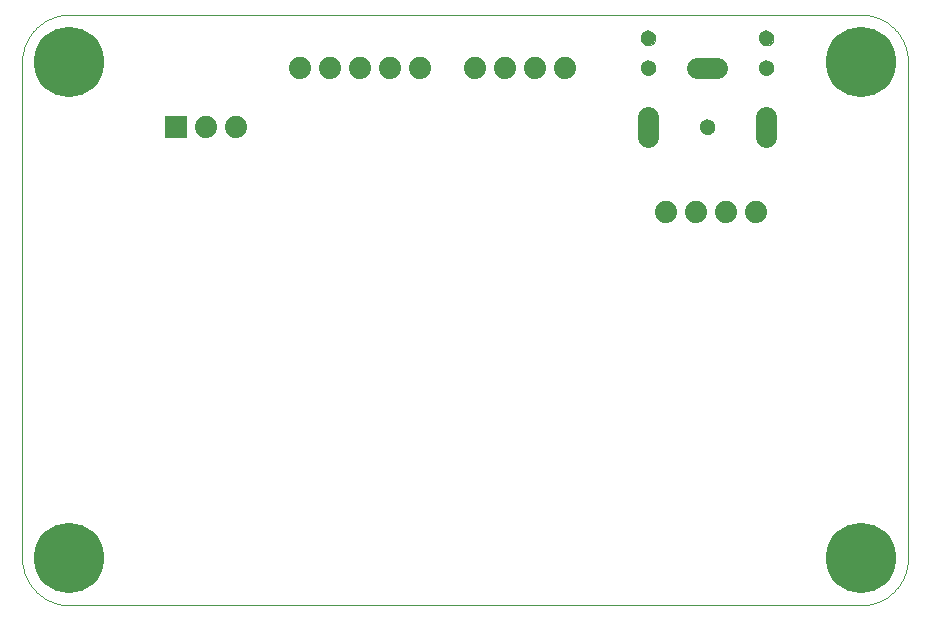
<source format=gbs>
G75*
%MOIN*%
%OFA0B0*%
%FSLAX25Y25*%
%IPPOS*%
%LPD*%
%AMOC8*
5,1,8,0,0,1.08239X$1,22.5*
%
%ADD10C,0.00000*%
%ADD11C,0.23400*%
%ADD12C,0.07400*%
%ADD13R,0.07400X0.07400*%
%ADD14C,0.05124*%
%ADD15C,0.07000*%
D10*
X0023458Y0024622D02*
X0023458Y0189976D01*
X0023463Y0190357D01*
X0023476Y0190737D01*
X0023499Y0191117D01*
X0023532Y0191496D01*
X0023573Y0191874D01*
X0023623Y0192251D01*
X0023683Y0192627D01*
X0023751Y0193002D01*
X0023829Y0193374D01*
X0023916Y0193745D01*
X0024011Y0194113D01*
X0024116Y0194479D01*
X0024229Y0194842D01*
X0024351Y0195203D01*
X0024481Y0195560D01*
X0024621Y0195914D01*
X0024768Y0196265D01*
X0024925Y0196612D01*
X0025089Y0196955D01*
X0025262Y0197294D01*
X0025443Y0197629D01*
X0025632Y0197960D01*
X0025829Y0198285D01*
X0026033Y0198606D01*
X0026246Y0198922D01*
X0026466Y0199232D01*
X0026693Y0199538D01*
X0026928Y0199837D01*
X0027170Y0200131D01*
X0027418Y0200419D01*
X0027674Y0200701D01*
X0027937Y0200976D01*
X0028206Y0201245D01*
X0028481Y0201508D01*
X0028763Y0201764D01*
X0029051Y0202012D01*
X0029345Y0202254D01*
X0029644Y0202489D01*
X0029950Y0202716D01*
X0030260Y0202936D01*
X0030576Y0203149D01*
X0030897Y0203353D01*
X0031222Y0203550D01*
X0031553Y0203739D01*
X0031888Y0203920D01*
X0032227Y0204093D01*
X0032570Y0204257D01*
X0032917Y0204414D01*
X0033268Y0204561D01*
X0033622Y0204701D01*
X0033979Y0204831D01*
X0034340Y0204953D01*
X0034703Y0205066D01*
X0035069Y0205171D01*
X0035437Y0205266D01*
X0035808Y0205353D01*
X0036180Y0205431D01*
X0036555Y0205499D01*
X0036931Y0205559D01*
X0037308Y0205609D01*
X0037686Y0205650D01*
X0038065Y0205683D01*
X0038445Y0205706D01*
X0038825Y0205719D01*
X0039206Y0205724D01*
X0302985Y0205724D01*
X0303366Y0205719D01*
X0303746Y0205706D01*
X0304126Y0205683D01*
X0304505Y0205650D01*
X0304883Y0205609D01*
X0305260Y0205559D01*
X0305636Y0205499D01*
X0306011Y0205431D01*
X0306383Y0205353D01*
X0306754Y0205266D01*
X0307122Y0205171D01*
X0307488Y0205066D01*
X0307851Y0204953D01*
X0308212Y0204831D01*
X0308569Y0204701D01*
X0308923Y0204561D01*
X0309274Y0204414D01*
X0309621Y0204257D01*
X0309964Y0204093D01*
X0310303Y0203920D01*
X0310638Y0203739D01*
X0310969Y0203550D01*
X0311294Y0203353D01*
X0311615Y0203149D01*
X0311931Y0202936D01*
X0312241Y0202716D01*
X0312547Y0202489D01*
X0312846Y0202254D01*
X0313140Y0202012D01*
X0313428Y0201764D01*
X0313710Y0201508D01*
X0313985Y0201245D01*
X0314254Y0200976D01*
X0314517Y0200701D01*
X0314773Y0200419D01*
X0315021Y0200131D01*
X0315263Y0199837D01*
X0315498Y0199538D01*
X0315725Y0199232D01*
X0315945Y0198922D01*
X0316158Y0198606D01*
X0316362Y0198285D01*
X0316559Y0197960D01*
X0316748Y0197629D01*
X0316929Y0197294D01*
X0317102Y0196955D01*
X0317266Y0196612D01*
X0317423Y0196265D01*
X0317570Y0195914D01*
X0317710Y0195560D01*
X0317840Y0195203D01*
X0317962Y0194842D01*
X0318075Y0194479D01*
X0318180Y0194113D01*
X0318275Y0193745D01*
X0318362Y0193374D01*
X0318440Y0193002D01*
X0318508Y0192627D01*
X0318568Y0192251D01*
X0318618Y0191874D01*
X0318659Y0191496D01*
X0318692Y0191117D01*
X0318715Y0190737D01*
X0318728Y0190357D01*
X0318733Y0189976D01*
X0318733Y0024622D01*
X0318728Y0024241D01*
X0318715Y0023861D01*
X0318692Y0023481D01*
X0318659Y0023102D01*
X0318618Y0022724D01*
X0318568Y0022347D01*
X0318508Y0021971D01*
X0318440Y0021596D01*
X0318362Y0021224D01*
X0318275Y0020853D01*
X0318180Y0020485D01*
X0318075Y0020119D01*
X0317962Y0019756D01*
X0317840Y0019395D01*
X0317710Y0019038D01*
X0317570Y0018684D01*
X0317423Y0018333D01*
X0317266Y0017986D01*
X0317102Y0017643D01*
X0316929Y0017304D01*
X0316748Y0016969D01*
X0316559Y0016638D01*
X0316362Y0016313D01*
X0316158Y0015992D01*
X0315945Y0015676D01*
X0315725Y0015366D01*
X0315498Y0015060D01*
X0315263Y0014761D01*
X0315021Y0014467D01*
X0314773Y0014179D01*
X0314517Y0013897D01*
X0314254Y0013622D01*
X0313985Y0013353D01*
X0313710Y0013090D01*
X0313428Y0012834D01*
X0313140Y0012586D01*
X0312846Y0012344D01*
X0312547Y0012109D01*
X0312241Y0011882D01*
X0311931Y0011662D01*
X0311615Y0011449D01*
X0311294Y0011245D01*
X0310969Y0011048D01*
X0310638Y0010859D01*
X0310303Y0010678D01*
X0309964Y0010505D01*
X0309621Y0010341D01*
X0309274Y0010184D01*
X0308923Y0010037D01*
X0308569Y0009897D01*
X0308212Y0009767D01*
X0307851Y0009645D01*
X0307488Y0009532D01*
X0307122Y0009427D01*
X0306754Y0009332D01*
X0306383Y0009245D01*
X0306011Y0009167D01*
X0305636Y0009099D01*
X0305260Y0009039D01*
X0304883Y0008989D01*
X0304505Y0008948D01*
X0304126Y0008915D01*
X0303746Y0008892D01*
X0303366Y0008879D01*
X0302985Y0008874D01*
X0039206Y0008874D01*
X0038825Y0008879D01*
X0038445Y0008892D01*
X0038065Y0008915D01*
X0037686Y0008948D01*
X0037308Y0008989D01*
X0036931Y0009039D01*
X0036555Y0009099D01*
X0036180Y0009167D01*
X0035808Y0009245D01*
X0035437Y0009332D01*
X0035069Y0009427D01*
X0034703Y0009532D01*
X0034340Y0009645D01*
X0033979Y0009767D01*
X0033622Y0009897D01*
X0033268Y0010037D01*
X0032917Y0010184D01*
X0032570Y0010341D01*
X0032227Y0010505D01*
X0031888Y0010678D01*
X0031553Y0010859D01*
X0031222Y0011048D01*
X0030897Y0011245D01*
X0030576Y0011449D01*
X0030260Y0011662D01*
X0029950Y0011882D01*
X0029644Y0012109D01*
X0029345Y0012344D01*
X0029051Y0012586D01*
X0028763Y0012834D01*
X0028481Y0013090D01*
X0028206Y0013353D01*
X0027937Y0013622D01*
X0027674Y0013897D01*
X0027418Y0014179D01*
X0027170Y0014467D01*
X0026928Y0014761D01*
X0026693Y0015060D01*
X0026466Y0015366D01*
X0026246Y0015676D01*
X0026033Y0015992D01*
X0025829Y0016313D01*
X0025632Y0016638D01*
X0025443Y0016969D01*
X0025262Y0017304D01*
X0025089Y0017643D01*
X0024925Y0017986D01*
X0024768Y0018333D01*
X0024621Y0018684D01*
X0024481Y0019038D01*
X0024351Y0019395D01*
X0024229Y0019756D01*
X0024116Y0020119D01*
X0024011Y0020485D01*
X0023916Y0020853D01*
X0023829Y0021224D01*
X0023751Y0021596D01*
X0023683Y0021971D01*
X0023623Y0022347D01*
X0023573Y0022724D01*
X0023532Y0023102D01*
X0023499Y0023481D01*
X0023476Y0023861D01*
X0023463Y0024241D01*
X0023458Y0024622D01*
X0249442Y0168323D02*
X0249444Y0168420D01*
X0249450Y0168517D01*
X0249460Y0168613D01*
X0249474Y0168709D01*
X0249492Y0168805D01*
X0249513Y0168899D01*
X0249539Y0168993D01*
X0249568Y0169085D01*
X0249602Y0169176D01*
X0249638Y0169266D01*
X0249679Y0169354D01*
X0249723Y0169440D01*
X0249771Y0169525D01*
X0249822Y0169607D01*
X0249876Y0169688D01*
X0249934Y0169766D01*
X0249995Y0169841D01*
X0250058Y0169914D01*
X0250125Y0169985D01*
X0250195Y0170052D01*
X0250267Y0170117D01*
X0250342Y0170178D01*
X0250420Y0170237D01*
X0250499Y0170292D01*
X0250581Y0170344D01*
X0250665Y0170392D01*
X0250751Y0170437D01*
X0250839Y0170479D01*
X0250928Y0170517D01*
X0251019Y0170551D01*
X0251111Y0170581D01*
X0251204Y0170608D01*
X0251299Y0170630D01*
X0251394Y0170649D01*
X0251490Y0170664D01*
X0251586Y0170675D01*
X0251683Y0170682D01*
X0251780Y0170685D01*
X0251877Y0170684D01*
X0251974Y0170679D01*
X0252070Y0170670D01*
X0252166Y0170657D01*
X0252262Y0170640D01*
X0252357Y0170619D01*
X0252450Y0170595D01*
X0252543Y0170566D01*
X0252635Y0170534D01*
X0252725Y0170498D01*
X0252813Y0170459D01*
X0252900Y0170415D01*
X0252985Y0170369D01*
X0253068Y0170318D01*
X0253149Y0170265D01*
X0253227Y0170208D01*
X0253304Y0170148D01*
X0253377Y0170085D01*
X0253448Y0170019D01*
X0253516Y0169950D01*
X0253582Y0169878D01*
X0253644Y0169804D01*
X0253703Y0169727D01*
X0253759Y0169648D01*
X0253812Y0169566D01*
X0253862Y0169483D01*
X0253907Y0169397D01*
X0253950Y0169310D01*
X0253989Y0169221D01*
X0254024Y0169131D01*
X0254055Y0169039D01*
X0254082Y0168946D01*
X0254106Y0168852D01*
X0254126Y0168757D01*
X0254142Y0168661D01*
X0254154Y0168565D01*
X0254162Y0168468D01*
X0254166Y0168371D01*
X0254166Y0168275D01*
X0254162Y0168178D01*
X0254154Y0168081D01*
X0254142Y0167985D01*
X0254126Y0167889D01*
X0254106Y0167794D01*
X0254082Y0167700D01*
X0254055Y0167607D01*
X0254024Y0167515D01*
X0253989Y0167425D01*
X0253950Y0167336D01*
X0253907Y0167249D01*
X0253862Y0167163D01*
X0253812Y0167080D01*
X0253759Y0166998D01*
X0253703Y0166919D01*
X0253644Y0166842D01*
X0253582Y0166768D01*
X0253516Y0166696D01*
X0253448Y0166627D01*
X0253377Y0166561D01*
X0253304Y0166498D01*
X0253227Y0166438D01*
X0253149Y0166381D01*
X0253068Y0166328D01*
X0252985Y0166277D01*
X0252900Y0166231D01*
X0252813Y0166187D01*
X0252725Y0166148D01*
X0252635Y0166112D01*
X0252543Y0166080D01*
X0252450Y0166051D01*
X0252357Y0166027D01*
X0252262Y0166006D01*
X0252166Y0165989D01*
X0252070Y0165976D01*
X0251974Y0165967D01*
X0251877Y0165962D01*
X0251780Y0165961D01*
X0251683Y0165964D01*
X0251586Y0165971D01*
X0251490Y0165982D01*
X0251394Y0165997D01*
X0251299Y0166016D01*
X0251204Y0166038D01*
X0251111Y0166065D01*
X0251019Y0166095D01*
X0250928Y0166129D01*
X0250839Y0166167D01*
X0250751Y0166209D01*
X0250665Y0166254D01*
X0250581Y0166302D01*
X0250499Y0166354D01*
X0250420Y0166409D01*
X0250342Y0166468D01*
X0250267Y0166529D01*
X0250195Y0166594D01*
X0250125Y0166661D01*
X0250058Y0166732D01*
X0249995Y0166805D01*
X0249934Y0166880D01*
X0249876Y0166958D01*
X0249822Y0167039D01*
X0249771Y0167121D01*
X0249723Y0167206D01*
X0249679Y0167292D01*
X0249638Y0167380D01*
X0249602Y0167470D01*
X0249568Y0167561D01*
X0249539Y0167653D01*
X0249513Y0167747D01*
X0249492Y0167841D01*
X0249474Y0167937D01*
X0249460Y0168033D01*
X0249450Y0168129D01*
X0249444Y0168226D01*
X0249442Y0168323D01*
X0229757Y0188008D02*
X0229759Y0188105D01*
X0229765Y0188202D01*
X0229775Y0188298D01*
X0229789Y0188394D01*
X0229807Y0188490D01*
X0229828Y0188584D01*
X0229854Y0188678D01*
X0229883Y0188770D01*
X0229917Y0188861D01*
X0229953Y0188951D01*
X0229994Y0189039D01*
X0230038Y0189125D01*
X0230086Y0189210D01*
X0230137Y0189292D01*
X0230191Y0189373D01*
X0230249Y0189451D01*
X0230310Y0189526D01*
X0230373Y0189599D01*
X0230440Y0189670D01*
X0230510Y0189737D01*
X0230582Y0189802D01*
X0230657Y0189863D01*
X0230735Y0189922D01*
X0230814Y0189977D01*
X0230896Y0190029D01*
X0230980Y0190077D01*
X0231066Y0190122D01*
X0231154Y0190164D01*
X0231243Y0190202D01*
X0231334Y0190236D01*
X0231426Y0190266D01*
X0231519Y0190293D01*
X0231614Y0190315D01*
X0231709Y0190334D01*
X0231805Y0190349D01*
X0231901Y0190360D01*
X0231998Y0190367D01*
X0232095Y0190370D01*
X0232192Y0190369D01*
X0232289Y0190364D01*
X0232385Y0190355D01*
X0232481Y0190342D01*
X0232577Y0190325D01*
X0232672Y0190304D01*
X0232765Y0190280D01*
X0232858Y0190251D01*
X0232950Y0190219D01*
X0233040Y0190183D01*
X0233128Y0190144D01*
X0233215Y0190100D01*
X0233300Y0190054D01*
X0233383Y0190003D01*
X0233464Y0189950D01*
X0233542Y0189893D01*
X0233619Y0189833D01*
X0233692Y0189770D01*
X0233763Y0189704D01*
X0233831Y0189635D01*
X0233897Y0189563D01*
X0233959Y0189489D01*
X0234018Y0189412D01*
X0234074Y0189333D01*
X0234127Y0189251D01*
X0234177Y0189168D01*
X0234222Y0189082D01*
X0234265Y0188995D01*
X0234304Y0188906D01*
X0234339Y0188816D01*
X0234370Y0188724D01*
X0234397Y0188631D01*
X0234421Y0188537D01*
X0234441Y0188442D01*
X0234457Y0188346D01*
X0234469Y0188250D01*
X0234477Y0188153D01*
X0234481Y0188056D01*
X0234481Y0187960D01*
X0234477Y0187863D01*
X0234469Y0187766D01*
X0234457Y0187670D01*
X0234441Y0187574D01*
X0234421Y0187479D01*
X0234397Y0187385D01*
X0234370Y0187292D01*
X0234339Y0187200D01*
X0234304Y0187110D01*
X0234265Y0187021D01*
X0234222Y0186934D01*
X0234177Y0186848D01*
X0234127Y0186765D01*
X0234074Y0186683D01*
X0234018Y0186604D01*
X0233959Y0186527D01*
X0233897Y0186453D01*
X0233831Y0186381D01*
X0233763Y0186312D01*
X0233692Y0186246D01*
X0233619Y0186183D01*
X0233542Y0186123D01*
X0233464Y0186066D01*
X0233383Y0186013D01*
X0233300Y0185962D01*
X0233215Y0185916D01*
X0233128Y0185872D01*
X0233040Y0185833D01*
X0232950Y0185797D01*
X0232858Y0185765D01*
X0232765Y0185736D01*
X0232672Y0185712D01*
X0232577Y0185691D01*
X0232481Y0185674D01*
X0232385Y0185661D01*
X0232289Y0185652D01*
X0232192Y0185647D01*
X0232095Y0185646D01*
X0231998Y0185649D01*
X0231901Y0185656D01*
X0231805Y0185667D01*
X0231709Y0185682D01*
X0231614Y0185701D01*
X0231519Y0185723D01*
X0231426Y0185750D01*
X0231334Y0185780D01*
X0231243Y0185814D01*
X0231154Y0185852D01*
X0231066Y0185894D01*
X0230980Y0185939D01*
X0230896Y0185987D01*
X0230814Y0186039D01*
X0230735Y0186094D01*
X0230657Y0186153D01*
X0230582Y0186214D01*
X0230510Y0186279D01*
X0230440Y0186346D01*
X0230373Y0186417D01*
X0230310Y0186490D01*
X0230249Y0186565D01*
X0230191Y0186643D01*
X0230137Y0186724D01*
X0230086Y0186806D01*
X0230038Y0186891D01*
X0229994Y0186977D01*
X0229953Y0187065D01*
X0229917Y0187155D01*
X0229883Y0187246D01*
X0229854Y0187338D01*
X0229828Y0187432D01*
X0229807Y0187526D01*
X0229789Y0187622D01*
X0229775Y0187718D01*
X0229765Y0187814D01*
X0229759Y0187911D01*
X0229757Y0188008D01*
X0229757Y0197850D02*
X0229759Y0197947D01*
X0229765Y0198044D01*
X0229775Y0198140D01*
X0229789Y0198236D01*
X0229807Y0198332D01*
X0229828Y0198426D01*
X0229854Y0198520D01*
X0229883Y0198612D01*
X0229917Y0198703D01*
X0229953Y0198793D01*
X0229994Y0198881D01*
X0230038Y0198967D01*
X0230086Y0199052D01*
X0230137Y0199134D01*
X0230191Y0199215D01*
X0230249Y0199293D01*
X0230310Y0199368D01*
X0230373Y0199441D01*
X0230440Y0199512D01*
X0230510Y0199579D01*
X0230582Y0199644D01*
X0230657Y0199705D01*
X0230735Y0199764D01*
X0230814Y0199819D01*
X0230896Y0199871D01*
X0230980Y0199919D01*
X0231066Y0199964D01*
X0231154Y0200006D01*
X0231243Y0200044D01*
X0231334Y0200078D01*
X0231426Y0200108D01*
X0231519Y0200135D01*
X0231614Y0200157D01*
X0231709Y0200176D01*
X0231805Y0200191D01*
X0231901Y0200202D01*
X0231998Y0200209D01*
X0232095Y0200212D01*
X0232192Y0200211D01*
X0232289Y0200206D01*
X0232385Y0200197D01*
X0232481Y0200184D01*
X0232577Y0200167D01*
X0232672Y0200146D01*
X0232765Y0200122D01*
X0232858Y0200093D01*
X0232950Y0200061D01*
X0233040Y0200025D01*
X0233128Y0199986D01*
X0233215Y0199942D01*
X0233300Y0199896D01*
X0233383Y0199845D01*
X0233464Y0199792D01*
X0233542Y0199735D01*
X0233619Y0199675D01*
X0233692Y0199612D01*
X0233763Y0199546D01*
X0233831Y0199477D01*
X0233897Y0199405D01*
X0233959Y0199331D01*
X0234018Y0199254D01*
X0234074Y0199175D01*
X0234127Y0199093D01*
X0234177Y0199010D01*
X0234222Y0198924D01*
X0234265Y0198837D01*
X0234304Y0198748D01*
X0234339Y0198658D01*
X0234370Y0198566D01*
X0234397Y0198473D01*
X0234421Y0198379D01*
X0234441Y0198284D01*
X0234457Y0198188D01*
X0234469Y0198092D01*
X0234477Y0197995D01*
X0234481Y0197898D01*
X0234481Y0197802D01*
X0234477Y0197705D01*
X0234469Y0197608D01*
X0234457Y0197512D01*
X0234441Y0197416D01*
X0234421Y0197321D01*
X0234397Y0197227D01*
X0234370Y0197134D01*
X0234339Y0197042D01*
X0234304Y0196952D01*
X0234265Y0196863D01*
X0234222Y0196776D01*
X0234177Y0196690D01*
X0234127Y0196607D01*
X0234074Y0196525D01*
X0234018Y0196446D01*
X0233959Y0196369D01*
X0233897Y0196295D01*
X0233831Y0196223D01*
X0233763Y0196154D01*
X0233692Y0196088D01*
X0233619Y0196025D01*
X0233542Y0195965D01*
X0233464Y0195908D01*
X0233383Y0195855D01*
X0233300Y0195804D01*
X0233215Y0195758D01*
X0233128Y0195714D01*
X0233040Y0195675D01*
X0232950Y0195639D01*
X0232858Y0195607D01*
X0232765Y0195578D01*
X0232672Y0195554D01*
X0232577Y0195533D01*
X0232481Y0195516D01*
X0232385Y0195503D01*
X0232289Y0195494D01*
X0232192Y0195489D01*
X0232095Y0195488D01*
X0231998Y0195491D01*
X0231901Y0195498D01*
X0231805Y0195509D01*
X0231709Y0195524D01*
X0231614Y0195543D01*
X0231519Y0195565D01*
X0231426Y0195592D01*
X0231334Y0195622D01*
X0231243Y0195656D01*
X0231154Y0195694D01*
X0231066Y0195736D01*
X0230980Y0195781D01*
X0230896Y0195829D01*
X0230814Y0195881D01*
X0230735Y0195936D01*
X0230657Y0195995D01*
X0230582Y0196056D01*
X0230510Y0196121D01*
X0230440Y0196188D01*
X0230373Y0196259D01*
X0230310Y0196332D01*
X0230249Y0196407D01*
X0230191Y0196485D01*
X0230137Y0196566D01*
X0230086Y0196648D01*
X0230038Y0196733D01*
X0229994Y0196819D01*
X0229953Y0196907D01*
X0229917Y0196997D01*
X0229883Y0197088D01*
X0229854Y0197180D01*
X0229828Y0197274D01*
X0229807Y0197368D01*
X0229789Y0197464D01*
X0229775Y0197560D01*
X0229765Y0197656D01*
X0229759Y0197753D01*
X0229757Y0197850D01*
X0269127Y0197850D02*
X0269129Y0197947D01*
X0269135Y0198044D01*
X0269145Y0198140D01*
X0269159Y0198236D01*
X0269177Y0198332D01*
X0269198Y0198426D01*
X0269224Y0198520D01*
X0269253Y0198612D01*
X0269287Y0198703D01*
X0269323Y0198793D01*
X0269364Y0198881D01*
X0269408Y0198967D01*
X0269456Y0199052D01*
X0269507Y0199134D01*
X0269561Y0199215D01*
X0269619Y0199293D01*
X0269680Y0199368D01*
X0269743Y0199441D01*
X0269810Y0199512D01*
X0269880Y0199579D01*
X0269952Y0199644D01*
X0270027Y0199705D01*
X0270105Y0199764D01*
X0270184Y0199819D01*
X0270266Y0199871D01*
X0270350Y0199919D01*
X0270436Y0199964D01*
X0270524Y0200006D01*
X0270613Y0200044D01*
X0270704Y0200078D01*
X0270796Y0200108D01*
X0270889Y0200135D01*
X0270984Y0200157D01*
X0271079Y0200176D01*
X0271175Y0200191D01*
X0271271Y0200202D01*
X0271368Y0200209D01*
X0271465Y0200212D01*
X0271562Y0200211D01*
X0271659Y0200206D01*
X0271755Y0200197D01*
X0271851Y0200184D01*
X0271947Y0200167D01*
X0272042Y0200146D01*
X0272135Y0200122D01*
X0272228Y0200093D01*
X0272320Y0200061D01*
X0272410Y0200025D01*
X0272498Y0199986D01*
X0272585Y0199942D01*
X0272670Y0199896D01*
X0272753Y0199845D01*
X0272834Y0199792D01*
X0272912Y0199735D01*
X0272989Y0199675D01*
X0273062Y0199612D01*
X0273133Y0199546D01*
X0273201Y0199477D01*
X0273267Y0199405D01*
X0273329Y0199331D01*
X0273388Y0199254D01*
X0273444Y0199175D01*
X0273497Y0199093D01*
X0273547Y0199010D01*
X0273592Y0198924D01*
X0273635Y0198837D01*
X0273674Y0198748D01*
X0273709Y0198658D01*
X0273740Y0198566D01*
X0273767Y0198473D01*
X0273791Y0198379D01*
X0273811Y0198284D01*
X0273827Y0198188D01*
X0273839Y0198092D01*
X0273847Y0197995D01*
X0273851Y0197898D01*
X0273851Y0197802D01*
X0273847Y0197705D01*
X0273839Y0197608D01*
X0273827Y0197512D01*
X0273811Y0197416D01*
X0273791Y0197321D01*
X0273767Y0197227D01*
X0273740Y0197134D01*
X0273709Y0197042D01*
X0273674Y0196952D01*
X0273635Y0196863D01*
X0273592Y0196776D01*
X0273547Y0196690D01*
X0273497Y0196607D01*
X0273444Y0196525D01*
X0273388Y0196446D01*
X0273329Y0196369D01*
X0273267Y0196295D01*
X0273201Y0196223D01*
X0273133Y0196154D01*
X0273062Y0196088D01*
X0272989Y0196025D01*
X0272912Y0195965D01*
X0272834Y0195908D01*
X0272753Y0195855D01*
X0272670Y0195804D01*
X0272585Y0195758D01*
X0272498Y0195714D01*
X0272410Y0195675D01*
X0272320Y0195639D01*
X0272228Y0195607D01*
X0272135Y0195578D01*
X0272042Y0195554D01*
X0271947Y0195533D01*
X0271851Y0195516D01*
X0271755Y0195503D01*
X0271659Y0195494D01*
X0271562Y0195489D01*
X0271465Y0195488D01*
X0271368Y0195491D01*
X0271271Y0195498D01*
X0271175Y0195509D01*
X0271079Y0195524D01*
X0270984Y0195543D01*
X0270889Y0195565D01*
X0270796Y0195592D01*
X0270704Y0195622D01*
X0270613Y0195656D01*
X0270524Y0195694D01*
X0270436Y0195736D01*
X0270350Y0195781D01*
X0270266Y0195829D01*
X0270184Y0195881D01*
X0270105Y0195936D01*
X0270027Y0195995D01*
X0269952Y0196056D01*
X0269880Y0196121D01*
X0269810Y0196188D01*
X0269743Y0196259D01*
X0269680Y0196332D01*
X0269619Y0196407D01*
X0269561Y0196485D01*
X0269507Y0196566D01*
X0269456Y0196648D01*
X0269408Y0196733D01*
X0269364Y0196819D01*
X0269323Y0196907D01*
X0269287Y0196997D01*
X0269253Y0197088D01*
X0269224Y0197180D01*
X0269198Y0197274D01*
X0269177Y0197368D01*
X0269159Y0197464D01*
X0269145Y0197560D01*
X0269135Y0197656D01*
X0269129Y0197753D01*
X0269127Y0197850D01*
X0269127Y0188008D02*
X0269129Y0188105D01*
X0269135Y0188202D01*
X0269145Y0188298D01*
X0269159Y0188394D01*
X0269177Y0188490D01*
X0269198Y0188584D01*
X0269224Y0188678D01*
X0269253Y0188770D01*
X0269287Y0188861D01*
X0269323Y0188951D01*
X0269364Y0189039D01*
X0269408Y0189125D01*
X0269456Y0189210D01*
X0269507Y0189292D01*
X0269561Y0189373D01*
X0269619Y0189451D01*
X0269680Y0189526D01*
X0269743Y0189599D01*
X0269810Y0189670D01*
X0269880Y0189737D01*
X0269952Y0189802D01*
X0270027Y0189863D01*
X0270105Y0189922D01*
X0270184Y0189977D01*
X0270266Y0190029D01*
X0270350Y0190077D01*
X0270436Y0190122D01*
X0270524Y0190164D01*
X0270613Y0190202D01*
X0270704Y0190236D01*
X0270796Y0190266D01*
X0270889Y0190293D01*
X0270984Y0190315D01*
X0271079Y0190334D01*
X0271175Y0190349D01*
X0271271Y0190360D01*
X0271368Y0190367D01*
X0271465Y0190370D01*
X0271562Y0190369D01*
X0271659Y0190364D01*
X0271755Y0190355D01*
X0271851Y0190342D01*
X0271947Y0190325D01*
X0272042Y0190304D01*
X0272135Y0190280D01*
X0272228Y0190251D01*
X0272320Y0190219D01*
X0272410Y0190183D01*
X0272498Y0190144D01*
X0272585Y0190100D01*
X0272670Y0190054D01*
X0272753Y0190003D01*
X0272834Y0189950D01*
X0272912Y0189893D01*
X0272989Y0189833D01*
X0273062Y0189770D01*
X0273133Y0189704D01*
X0273201Y0189635D01*
X0273267Y0189563D01*
X0273329Y0189489D01*
X0273388Y0189412D01*
X0273444Y0189333D01*
X0273497Y0189251D01*
X0273547Y0189168D01*
X0273592Y0189082D01*
X0273635Y0188995D01*
X0273674Y0188906D01*
X0273709Y0188816D01*
X0273740Y0188724D01*
X0273767Y0188631D01*
X0273791Y0188537D01*
X0273811Y0188442D01*
X0273827Y0188346D01*
X0273839Y0188250D01*
X0273847Y0188153D01*
X0273851Y0188056D01*
X0273851Y0187960D01*
X0273847Y0187863D01*
X0273839Y0187766D01*
X0273827Y0187670D01*
X0273811Y0187574D01*
X0273791Y0187479D01*
X0273767Y0187385D01*
X0273740Y0187292D01*
X0273709Y0187200D01*
X0273674Y0187110D01*
X0273635Y0187021D01*
X0273592Y0186934D01*
X0273547Y0186848D01*
X0273497Y0186765D01*
X0273444Y0186683D01*
X0273388Y0186604D01*
X0273329Y0186527D01*
X0273267Y0186453D01*
X0273201Y0186381D01*
X0273133Y0186312D01*
X0273062Y0186246D01*
X0272989Y0186183D01*
X0272912Y0186123D01*
X0272834Y0186066D01*
X0272753Y0186013D01*
X0272670Y0185962D01*
X0272585Y0185916D01*
X0272498Y0185872D01*
X0272410Y0185833D01*
X0272320Y0185797D01*
X0272228Y0185765D01*
X0272135Y0185736D01*
X0272042Y0185712D01*
X0271947Y0185691D01*
X0271851Y0185674D01*
X0271755Y0185661D01*
X0271659Y0185652D01*
X0271562Y0185647D01*
X0271465Y0185646D01*
X0271368Y0185649D01*
X0271271Y0185656D01*
X0271175Y0185667D01*
X0271079Y0185682D01*
X0270984Y0185701D01*
X0270889Y0185723D01*
X0270796Y0185750D01*
X0270704Y0185780D01*
X0270613Y0185814D01*
X0270524Y0185852D01*
X0270436Y0185894D01*
X0270350Y0185939D01*
X0270266Y0185987D01*
X0270184Y0186039D01*
X0270105Y0186094D01*
X0270027Y0186153D01*
X0269952Y0186214D01*
X0269880Y0186279D01*
X0269810Y0186346D01*
X0269743Y0186417D01*
X0269680Y0186490D01*
X0269619Y0186565D01*
X0269561Y0186643D01*
X0269507Y0186724D01*
X0269456Y0186806D01*
X0269408Y0186891D01*
X0269364Y0186977D01*
X0269323Y0187065D01*
X0269287Y0187155D01*
X0269253Y0187246D01*
X0269224Y0187338D01*
X0269198Y0187432D01*
X0269177Y0187526D01*
X0269159Y0187622D01*
X0269145Y0187718D01*
X0269135Y0187814D01*
X0269129Y0187911D01*
X0269127Y0188008D01*
D11*
X0302985Y0189976D03*
X0302985Y0024622D03*
X0039206Y0024622D03*
X0039206Y0189976D03*
D12*
X0084639Y0168323D03*
X0094639Y0168323D03*
X0115977Y0188008D03*
X0125977Y0188008D03*
X0135977Y0188008D03*
X0145977Y0188008D03*
X0155977Y0188008D03*
X0174560Y0188008D03*
X0184560Y0188008D03*
X0194560Y0188008D03*
X0204560Y0188008D03*
X0238064Y0139854D03*
X0248064Y0139854D03*
X0258064Y0139854D03*
X0268064Y0139854D03*
D13*
X0074639Y0168323D03*
D14*
X0232119Y0188008D03*
X0232119Y0197850D03*
X0271489Y0197850D03*
X0271489Y0188008D03*
X0251804Y0168323D03*
D15*
X0232119Y0171623D02*
X0232119Y0165023D01*
X0248504Y0188008D02*
X0255104Y0188008D01*
X0271489Y0171623D02*
X0271489Y0165023D01*
M02*

</source>
